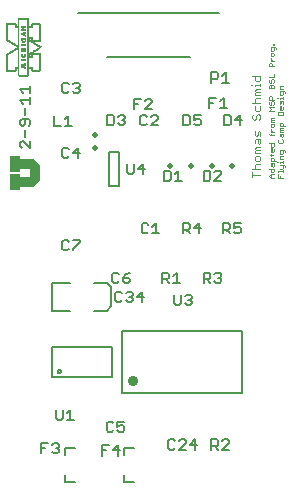
<source format=gto>
G75*
G70*
%OFA0B0*%
%FSLAX24Y24*%
%IPPOS*%
%LPD*%
%AMOC8*
5,1,8,0,0,1.08239X$1,22.5*
%
%ADD10C,0.0040*%
%ADD11C,0.0050*%
%ADD12C,0.0020*%
%ADD13C,0.0080*%
%ADD14C,0.0348*%
%ADD15C,0.0079*%
%ADD16C,0.0197*%
%ADD17R,0.0010X0.0020*%
%ADD18R,0.0010X0.0040*%
%ADD19R,0.0010X0.0610*%
%ADD20R,0.0010X0.0060*%
%ADD21R,0.0010X0.0080*%
%ADD22R,0.0010X0.0090*%
%ADD23R,0.0010X0.0100*%
%ADD24R,0.0010X0.0050*%
%ADD25R,0.0010X0.0140*%
%ADD26R,0.0010X0.0180*%
%ADD27R,0.0010X0.0170*%
%ADD28R,0.0010X0.0160*%
%ADD29R,0.0010X0.1940*%
%ADD30R,0.0010X0.0030*%
%ADD31R,0.0010X0.0110*%
%ADD32R,0.0010X0.0130*%
%ADD33R,0.0010X0.0070*%
%ADD34R,0.0010X0.0150*%
%ADD35R,0.0010X0.0120*%
%ADD36R,0.0010X0.0580*%
%ADD37R,0.0010X0.0570*%
%ADD38R,0.0010X0.0560*%
%ADD39C,0.0010*%
D10*
X010092Y012405D02*
X010092Y012578D01*
X010092Y012491D02*
X010353Y012491D01*
X010353Y012681D02*
X010092Y012681D01*
X010179Y012724D02*
X010179Y012811D01*
X010223Y012854D01*
X010353Y012854D01*
X010309Y012957D02*
X010223Y012957D01*
X010179Y013001D01*
X010179Y013087D01*
X010223Y013131D01*
X010309Y013131D01*
X010353Y013087D01*
X010353Y013001D01*
X010309Y012957D01*
X010179Y012724D02*
X010223Y012681D01*
X010179Y013233D02*
X010179Y013277D01*
X010223Y013320D01*
X010179Y013363D01*
X010223Y013407D01*
X010353Y013407D01*
X010353Y013320D02*
X010223Y013320D01*
X010179Y013233D02*
X010353Y013233D01*
X010309Y013510D02*
X010266Y013553D01*
X010266Y013683D01*
X010223Y013683D02*
X010353Y013683D01*
X010353Y013553D01*
X010309Y013510D01*
X010179Y013553D02*
X010179Y013640D01*
X010223Y013683D01*
X010223Y013786D02*
X010179Y013829D01*
X010179Y013959D01*
X010266Y013916D02*
X010266Y013829D01*
X010223Y013786D01*
X010353Y013786D02*
X010353Y013916D01*
X010309Y013959D01*
X010266Y013916D01*
X010309Y014338D02*
X010353Y014382D01*
X010353Y014468D01*
X010309Y014512D01*
X010266Y014512D01*
X010223Y014468D01*
X010223Y014382D01*
X010179Y014338D01*
X010136Y014338D01*
X010092Y014382D01*
X010092Y014468D01*
X010136Y014512D01*
X010223Y014614D02*
X010309Y014614D01*
X010353Y014658D01*
X010353Y014788D01*
X010353Y014891D02*
X010092Y014891D01*
X010179Y014934D02*
X010179Y015021D01*
X010223Y015064D01*
X010353Y015064D01*
X010353Y015167D02*
X010179Y015167D01*
X010179Y015210D01*
X010223Y015254D01*
X010179Y015297D01*
X010223Y015340D01*
X010353Y015340D01*
X010353Y015254D02*
X010223Y015254D01*
X010179Y015443D02*
X010179Y015486D01*
X010353Y015486D01*
X010353Y015443D02*
X010353Y015530D01*
X010309Y015627D02*
X010223Y015627D01*
X010179Y015671D01*
X010179Y015801D01*
X010092Y015801D02*
X010353Y015801D01*
X010353Y015671D01*
X010309Y015627D01*
X010092Y015486D02*
X010049Y015486D01*
X010179Y014934D02*
X010223Y014891D01*
X010179Y014788D02*
X010179Y014658D01*
X010223Y014614D01*
D11*
X003051Y003552D02*
X003051Y003208D01*
X003051Y003380D02*
X003165Y003380D01*
X003051Y003552D02*
X003280Y003552D01*
X003413Y003494D02*
X003470Y003552D01*
X003585Y003552D01*
X003642Y003494D01*
X003642Y003437D01*
X003585Y003380D01*
X003642Y003322D01*
X003642Y003265D01*
X003585Y003208D01*
X003470Y003208D01*
X003413Y003265D01*
X003528Y003380D02*
X003585Y003380D01*
X003599Y004315D02*
X003713Y004315D01*
X003771Y004373D01*
X003771Y004659D01*
X003904Y004545D02*
X004019Y004659D01*
X004019Y004315D01*
X004133Y004315D02*
X003904Y004315D01*
X003599Y004315D02*
X003541Y004373D01*
X003541Y004659D01*
X005080Y003478D02*
X005080Y003134D01*
X005080Y003306D02*
X005195Y003306D01*
X005080Y003478D02*
X005309Y003478D01*
X005443Y003306D02*
X005672Y003306D01*
X005615Y003134D02*
X005615Y003478D01*
X005443Y003306D01*
X005400Y003922D02*
X005285Y003922D01*
X005228Y003979D01*
X005228Y004208D01*
X005285Y004266D01*
X005400Y004266D01*
X005457Y004208D01*
X005590Y004266D02*
X005590Y004094D01*
X005705Y004151D01*
X005762Y004151D01*
X005820Y004094D01*
X005820Y003979D01*
X005762Y003922D01*
X005648Y003922D01*
X005590Y003979D01*
X005457Y003979D02*
X005400Y003922D01*
X005590Y004266D02*
X005820Y004266D01*
X007277Y003618D02*
X007277Y003388D01*
X007334Y003331D01*
X007449Y003331D01*
X007506Y003388D01*
X007639Y003331D02*
X007868Y003560D01*
X007868Y003618D01*
X007811Y003675D01*
X007696Y003675D01*
X007639Y003618D01*
X007506Y003618D02*
X007449Y003675D01*
X007334Y003675D01*
X007277Y003618D01*
X007639Y003331D02*
X007868Y003331D01*
X008002Y003503D02*
X008231Y003503D01*
X008174Y003331D02*
X008174Y003675D01*
X008002Y003503D01*
X008722Y003446D02*
X008894Y003446D01*
X008951Y003503D01*
X008951Y003618D01*
X008894Y003675D01*
X008722Y003675D01*
X008722Y003331D01*
X008837Y003446D02*
X008951Y003331D01*
X009084Y003331D02*
X009314Y003560D01*
X009314Y003618D01*
X009256Y003675D01*
X009142Y003675D01*
X009084Y003618D01*
X009084Y003331D02*
X009314Y003331D01*
X008013Y008154D02*
X007898Y008154D01*
X007841Y008211D01*
X007708Y008211D02*
X007708Y008498D01*
X007841Y008440D02*
X007898Y008498D01*
X008013Y008498D01*
X008070Y008440D01*
X008070Y008383D01*
X008013Y008326D01*
X008070Y008268D01*
X008070Y008211D01*
X008013Y008154D01*
X008013Y008326D02*
X007956Y008326D01*
X007708Y008211D02*
X007650Y008154D01*
X007536Y008154D01*
X007478Y008211D01*
X007478Y008498D01*
X007447Y008892D02*
X007676Y008892D01*
X007562Y008892D02*
X007562Y009236D01*
X007447Y009121D01*
X007314Y009064D02*
X007257Y009007D01*
X007085Y009007D01*
X007199Y009007D02*
X007314Y008892D01*
X007314Y009064D02*
X007314Y009179D01*
X007257Y009236D01*
X007085Y009236D01*
X007085Y008892D01*
X006407Y008596D02*
X006407Y008252D01*
X006464Y008424D02*
X006235Y008424D01*
X006407Y008596D01*
X006102Y008539D02*
X006102Y008482D01*
X006044Y008424D01*
X006102Y008367D01*
X006102Y008310D01*
X006044Y008252D01*
X005930Y008252D01*
X005872Y008310D01*
X005739Y008310D02*
X005682Y008252D01*
X005567Y008252D01*
X005510Y008310D01*
X005510Y008539D01*
X005567Y008596D01*
X005682Y008596D01*
X005739Y008539D01*
X005872Y008539D02*
X005930Y008596D01*
X006044Y008596D01*
X006102Y008539D01*
X006044Y008424D02*
X005987Y008424D01*
X005946Y008892D02*
X005831Y008892D01*
X005774Y008949D01*
X005774Y009064D01*
X005946Y009064D01*
X006003Y009007D01*
X006003Y008949D01*
X005946Y008892D01*
X005774Y009064D02*
X005889Y009179D01*
X006003Y009236D01*
X005641Y009179D02*
X005583Y009236D01*
X005469Y009236D01*
X005411Y009179D01*
X005411Y008949D01*
X005469Y008892D01*
X005583Y008892D01*
X005641Y008949D01*
X006453Y010542D02*
X006568Y010542D01*
X006625Y010599D01*
X006758Y010542D02*
X006987Y010542D01*
X006873Y010542D02*
X006873Y010886D01*
X006758Y010771D01*
X006625Y010829D02*
X006568Y010886D01*
X006453Y010886D01*
X006396Y010829D01*
X006396Y010599D01*
X006453Y010542D01*
X007135Y012290D02*
X007307Y012290D01*
X007364Y012347D01*
X007364Y012577D01*
X007307Y012634D01*
X007135Y012634D01*
X007135Y012290D01*
X007497Y012290D02*
X007726Y012290D01*
X007612Y012290D02*
X007612Y012634D01*
X007497Y012519D01*
X007774Y014140D02*
X007946Y014140D01*
X008003Y014197D01*
X008003Y014427D01*
X007946Y014484D01*
X007774Y014484D01*
X007774Y014140D01*
X008136Y014197D02*
X008193Y014140D01*
X008308Y014140D01*
X008365Y014197D01*
X008365Y014312D01*
X008308Y014369D01*
X008251Y014369D01*
X008136Y014312D01*
X008136Y014484D01*
X008365Y014484D01*
X008653Y014720D02*
X008653Y015064D01*
X008882Y015064D01*
X009016Y014949D02*
X009130Y015064D01*
X009130Y014720D01*
X009016Y014720D02*
X009245Y014720D01*
X009324Y014484D02*
X009152Y014484D01*
X009152Y014140D01*
X009324Y014140D01*
X009381Y014197D01*
X009381Y014427D01*
X009324Y014484D01*
X009514Y014312D02*
X009743Y014312D01*
X009686Y014140D02*
X009686Y014484D01*
X009514Y014312D01*
X008768Y014892D02*
X008653Y014892D01*
X008722Y015567D02*
X008722Y015911D01*
X008894Y015911D01*
X008951Y015854D01*
X008951Y015739D01*
X008894Y015682D01*
X008722Y015682D01*
X009084Y015796D02*
X009199Y015911D01*
X009199Y015567D01*
X009084Y015567D02*
X009314Y015567D01*
X008997Y012634D02*
X008882Y012634D01*
X008825Y012577D01*
X008692Y012577D02*
X008692Y012347D01*
X008635Y012290D01*
X008463Y012290D01*
X008463Y012634D01*
X008635Y012634D01*
X008692Y012577D01*
X008825Y012290D02*
X009054Y012519D01*
X009054Y012577D01*
X008997Y012634D01*
X009054Y012290D02*
X008825Y012290D01*
X009102Y010886D02*
X009274Y010886D01*
X009331Y010829D01*
X009331Y010714D01*
X009274Y010657D01*
X009102Y010657D01*
X009216Y010657D02*
X009331Y010542D01*
X009464Y010599D02*
X009521Y010542D01*
X009636Y010542D01*
X009693Y010599D01*
X009693Y010714D01*
X009636Y010771D01*
X009579Y010771D01*
X009464Y010714D01*
X009464Y010886D01*
X009693Y010886D01*
X009102Y010886D02*
X009102Y010542D01*
X008365Y010714D02*
X008136Y010714D01*
X008308Y010886D01*
X008308Y010542D01*
X008003Y010542D02*
X007888Y010657D01*
X007946Y010657D02*
X007774Y010657D01*
X007774Y010542D02*
X007774Y010886D01*
X007946Y010886D01*
X008003Y010829D01*
X008003Y010714D01*
X007946Y010657D01*
X008463Y009236D02*
X008635Y009236D01*
X008692Y009179D01*
X008692Y009064D01*
X008635Y009007D01*
X008463Y009007D01*
X008577Y009007D02*
X008692Y008892D01*
X008825Y008949D02*
X008882Y008892D01*
X008997Y008892D01*
X009054Y008949D01*
X009054Y009007D01*
X008997Y009064D01*
X008940Y009064D01*
X008997Y009064D02*
X009054Y009121D01*
X009054Y009179D01*
X008997Y009236D01*
X008882Y009236D01*
X008825Y009179D01*
X008463Y009236D02*
X008463Y008892D01*
X006495Y012688D02*
X006266Y012688D01*
X006438Y012860D01*
X006438Y012516D01*
X006133Y012573D02*
X006133Y012860D01*
X006133Y012573D02*
X006076Y012516D01*
X005961Y012516D01*
X005904Y012573D01*
X005904Y012860D01*
X005789Y014150D02*
X005674Y014150D01*
X005617Y014207D01*
X005484Y014207D02*
X005484Y014437D01*
X005427Y014494D01*
X005255Y014494D01*
X005255Y014150D01*
X005427Y014150D01*
X005484Y014207D01*
X005617Y014437D02*
X005674Y014494D01*
X005789Y014494D01*
X005846Y014437D01*
X005846Y014379D01*
X005789Y014322D01*
X005846Y014265D01*
X005846Y014207D01*
X005789Y014150D01*
X005789Y014322D02*
X005732Y014322D01*
X006150Y014681D02*
X006150Y015025D01*
X006379Y015025D01*
X006512Y014968D02*
X006569Y015025D01*
X006684Y015025D01*
X006741Y014968D01*
X006741Y014911D01*
X006512Y014681D01*
X006741Y014681D01*
X006766Y014484D02*
X006709Y014427D01*
X006766Y014484D02*
X006881Y014484D01*
X006938Y014427D01*
X006938Y014369D01*
X006709Y014140D01*
X006938Y014140D01*
X006576Y014197D02*
X006518Y014140D01*
X006404Y014140D01*
X006346Y014197D01*
X006346Y014427D01*
X006404Y014484D01*
X006518Y014484D01*
X006576Y014427D01*
X006264Y014853D02*
X006150Y014853D01*
X004330Y015280D02*
X004273Y015223D01*
X004158Y015223D01*
X004101Y015280D01*
X003968Y015280D02*
X003910Y015223D01*
X003796Y015223D01*
X003738Y015280D01*
X003738Y015509D01*
X003796Y015567D01*
X003910Y015567D01*
X003968Y015509D01*
X004101Y015509D02*
X004158Y015567D01*
X004273Y015567D01*
X004330Y015509D01*
X004330Y015452D01*
X004273Y015395D01*
X004330Y015337D01*
X004330Y015280D01*
X004273Y015395D02*
X004215Y015395D01*
X003955Y014454D02*
X003955Y014110D01*
X003841Y014110D02*
X004070Y014110D01*
X003841Y014339D02*
X003955Y014454D01*
X003708Y014110D02*
X003478Y014110D01*
X003478Y014454D01*
X003796Y013401D02*
X003738Y013344D01*
X003738Y013115D01*
X003796Y013057D01*
X003910Y013057D01*
X003968Y013115D01*
X004101Y013229D02*
X004330Y013229D01*
X004273Y013057D02*
X004273Y013401D01*
X004101Y013229D01*
X003968Y013344D02*
X003910Y013401D01*
X003796Y013401D01*
X002688Y013390D02*
X002454Y013623D01*
X002396Y013623D01*
X002337Y013565D01*
X002337Y013448D01*
X002396Y013390D01*
X002688Y013390D02*
X002688Y013623D01*
X002513Y013758D02*
X002513Y013992D01*
X002454Y014126D02*
X002513Y014185D01*
X002513Y014360D01*
X002629Y014360D02*
X002396Y014360D01*
X002337Y014301D01*
X002337Y014185D01*
X002396Y014126D01*
X002454Y014126D01*
X002629Y014126D02*
X002688Y014185D01*
X002688Y014301D01*
X002629Y014360D01*
X002513Y014495D02*
X002513Y014728D01*
X002454Y014863D02*
X002337Y014980D01*
X002688Y014980D01*
X002688Y015096D02*
X002688Y014863D01*
X002688Y015231D02*
X002688Y015465D01*
X002688Y015348D02*
X002337Y015348D01*
X002454Y015231D01*
X003797Y010325D02*
X003738Y010267D01*
X003738Y010033D01*
X003797Y009975D01*
X003913Y009975D01*
X003972Y010033D01*
X004107Y010033D02*
X004107Y009975D01*
X004107Y010033D02*
X004340Y010267D01*
X004340Y010325D01*
X004107Y010325D01*
X003972Y010267D02*
X003913Y010325D01*
X003797Y010325D01*
D12*
X010633Y012455D02*
X010693Y012395D01*
X010813Y012395D01*
X010723Y012395D02*
X010723Y012515D01*
X010693Y012515D02*
X010813Y012515D01*
X010783Y012579D02*
X010723Y012579D01*
X010693Y012609D01*
X010693Y012699D01*
X010633Y012699D02*
X010813Y012699D01*
X010813Y012609D01*
X010783Y012579D01*
X010693Y012515D02*
X010633Y012455D01*
X010783Y012763D02*
X010753Y012793D01*
X010753Y012883D01*
X010723Y012883D02*
X010813Y012883D01*
X010813Y012793D01*
X010783Y012763D01*
X010693Y012793D02*
X010693Y012853D01*
X010723Y012883D01*
X010693Y012947D02*
X010693Y013037D01*
X010723Y013067D01*
X010783Y013067D01*
X010813Y013037D01*
X010813Y012947D01*
X010873Y012947D02*
X010693Y012947D01*
X010693Y013131D02*
X010693Y013191D01*
X010663Y013161D02*
X010783Y013161D01*
X010813Y013191D01*
X010783Y013254D02*
X010723Y013254D01*
X010693Y013284D01*
X010693Y013344D01*
X010723Y013374D01*
X010753Y013374D01*
X010753Y013254D01*
X010783Y013254D02*
X010813Y013284D01*
X010813Y013344D01*
X010783Y013438D02*
X010723Y013438D01*
X010693Y013468D01*
X010693Y013558D01*
X010633Y013558D02*
X010813Y013558D01*
X010813Y013468D01*
X010783Y013438D01*
X010933Y013591D02*
X010933Y013651D01*
X010963Y013681D01*
X010933Y013591D02*
X010963Y013561D01*
X011083Y013561D01*
X011113Y013591D01*
X011113Y013651D01*
X011083Y013681D01*
X011083Y013745D02*
X011053Y013775D01*
X011053Y013865D01*
X011023Y013865D02*
X011113Y013865D01*
X011113Y013775D01*
X011083Y013745D01*
X010993Y013775D02*
X010993Y013835D01*
X011023Y013865D01*
X010993Y013929D02*
X010993Y013959D01*
X011023Y013989D01*
X010993Y014019D01*
X011023Y014049D01*
X011113Y014049D01*
X011113Y013989D02*
X011023Y013989D01*
X010993Y013929D02*
X011113Y013929D01*
X011113Y014113D02*
X011113Y014203D01*
X011083Y014233D01*
X011023Y014233D01*
X010993Y014203D01*
X010993Y014113D01*
X011173Y014113D01*
X011113Y014482D02*
X010933Y014482D01*
X010933Y014572D01*
X010963Y014602D01*
X011083Y014602D01*
X011113Y014572D01*
X011113Y014482D01*
X011083Y014666D02*
X011023Y014666D01*
X010993Y014696D01*
X010993Y014756D01*
X011023Y014786D01*
X011053Y014786D01*
X011053Y014666D01*
X011083Y014666D02*
X011113Y014696D01*
X011113Y014756D01*
X011113Y014850D02*
X011113Y014940D01*
X011083Y014970D01*
X011053Y014940D01*
X011053Y014880D01*
X011023Y014850D01*
X010993Y014880D01*
X010993Y014970D01*
X010993Y015034D02*
X010993Y015064D01*
X011113Y015064D01*
X011113Y015034D02*
X011113Y015094D01*
X011083Y015157D02*
X011113Y015187D01*
X011113Y015277D01*
X011143Y015277D02*
X010993Y015277D01*
X010993Y015187D01*
X011023Y015157D01*
X011083Y015157D01*
X011173Y015217D02*
X011173Y015247D01*
X011143Y015277D01*
X011113Y015341D02*
X010993Y015341D01*
X010993Y015431D01*
X011023Y015461D01*
X011113Y015461D01*
X010933Y015064D02*
X010903Y015064D01*
X010813Y015003D02*
X010633Y015003D01*
X010633Y015093D01*
X010663Y015123D01*
X010723Y015123D01*
X010753Y015093D01*
X010753Y015003D01*
X010753Y014939D02*
X010783Y014939D01*
X010813Y014909D01*
X010813Y014849D01*
X010783Y014819D01*
X010723Y014849D02*
X010723Y014909D01*
X010753Y014939D01*
X010663Y014939D02*
X010633Y014909D01*
X010633Y014849D01*
X010663Y014819D01*
X010693Y014819D01*
X010723Y014849D01*
X010633Y014755D02*
X010813Y014755D01*
X010813Y014635D02*
X010633Y014635D01*
X010693Y014695D01*
X010633Y014755D01*
X010723Y014387D02*
X010813Y014387D01*
X010813Y014327D02*
X010723Y014327D01*
X010693Y014357D01*
X010723Y014387D01*
X010723Y014327D02*
X010693Y014297D01*
X010693Y014267D01*
X010813Y014267D01*
X010783Y014203D02*
X010723Y014203D01*
X010693Y014173D01*
X010693Y014113D01*
X010723Y014083D01*
X010783Y014083D01*
X010813Y014113D01*
X010813Y014173D01*
X010783Y014203D01*
X010693Y014019D02*
X010693Y013989D01*
X010753Y013929D01*
X010813Y013929D02*
X010693Y013929D01*
X010723Y013866D02*
X010723Y013806D01*
X010663Y013836D02*
X010813Y013836D01*
X010663Y013836D02*
X010633Y013866D01*
X010993Y013313D02*
X010993Y013223D01*
X011023Y013193D01*
X011083Y013193D01*
X011113Y013223D01*
X011113Y013313D01*
X011143Y013313D02*
X010993Y013313D01*
X011143Y013313D02*
X011173Y013283D01*
X011173Y013253D01*
X011113Y013129D02*
X011023Y013129D01*
X010993Y013099D01*
X010993Y013009D01*
X011113Y013009D01*
X011113Y012946D02*
X011113Y012886D01*
X011113Y012916D02*
X010993Y012916D01*
X010993Y012886D01*
X010993Y012822D02*
X011143Y012822D01*
X011173Y012792D01*
X011173Y012762D01*
X011113Y012732D02*
X011113Y012822D01*
X011113Y012732D02*
X011083Y012702D01*
X010993Y012702D01*
X010933Y012609D02*
X011113Y012609D01*
X011113Y012579D02*
X011113Y012639D01*
X011023Y012455D02*
X011023Y012395D01*
X011113Y012395D02*
X010933Y012395D01*
X010933Y012515D01*
X010933Y012579D02*
X010933Y012609D01*
X010933Y012916D02*
X010903Y012916D01*
X010813Y015372D02*
X010633Y015372D01*
X010633Y015462D01*
X010663Y015492D01*
X010693Y015492D01*
X010723Y015462D01*
X010723Y015372D01*
X010723Y015462D02*
X010753Y015492D01*
X010783Y015492D01*
X010813Y015462D01*
X010813Y015372D01*
X010783Y015556D02*
X010813Y015586D01*
X010813Y015646D01*
X010783Y015676D01*
X010753Y015676D01*
X010723Y015646D01*
X010723Y015586D01*
X010693Y015556D01*
X010663Y015556D01*
X010633Y015586D01*
X010633Y015646D01*
X010663Y015676D01*
X010633Y015740D02*
X010813Y015740D01*
X010813Y015860D01*
X010813Y016108D02*
X010633Y016108D01*
X010633Y016198D01*
X010663Y016228D01*
X010723Y016228D01*
X010753Y016198D01*
X010753Y016108D01*
X010753Y016292D02*
X010693Y016352D01*
X010693Y016382D01*
X010723Y016446D02*
X010693Y016476D01*
X010693Y016536D01*
X010723Y016566D01*
X010783Y016566D01*
X010813Y016536D01*
X010813Y016476D01*
X010783Y016446D01*
X010723Y016446D01*
X010693Y016292D02*
X010813Y016292D01*
X010783Y016630D02*
X010813Y016660D01*
X010813Y016750D01*
X010843Y016750D02*
X010693Y016750D01*
X010693Y016660D01*
X010723Y016630D01*
X010783Y016630D01*
X010873Y016690D02*
X010873Y016720D01*
X010843Y016750D01*
X010813Y016814D02*
X010813Y016844D01*
X010783Y016844D01*
X010783Y016814D01*
X010813Y016814D01*
D13*
X009757Y007282D02*
X005741Y007282D01*
X005741Y005235D01*
X009757Y005235D01*
X009757Y007282D01*
X005386Y008109D02*
X005386Y008739D01*
X005229Y008897D01*
X004796Y008897D01*
X004796Y007952D02*
X005229Y007952D01*
X005386Y008109D01*
X004009Y007952D02*
X003418Y007952D01*
X003418Y008897D01*
X004009Y008897D01*
X003596Y005947D02*
X003598Y005962D01*
X003604Y005975D01*
X003613Y005987D01*
X003624Y005996D01*
X003638Y006002D01*
X003653Y006004D01*
X003668Y006002D01*
X003681Y005996D01*
X003693Y005987D01*
X003702Y005976D01*
X003708Y005962D01*
X003710Y005947D01*
X003708Y005932D01*
X003702Y005919D01*
X003693Y005907D01*
X003682Y005898D01*
X003668Y005892D01*
X003653Y005890D01*
X003638Y005892D01*
X003625Y005898D01*
X003613Y005907D01*
X003604Y005918D01*
X003598Y005932D01*
X003596Y005947D01*
D14*
X006095Y005619D03*
D15*
X005402Y005759D02*
X003402Y005759D01*
X003402Y006759D01*
X005402Y006759D01*
X005402Y005759D01*
X005815Y003374D02*
X005815Y003154D01*
X005815Y003374D02*
X006135Y003374D01*
X005815Y002474D02*
X005815Y002254D01*
X006135Y002254D01*
X004167Y002254D02*
X003847Y002254D01*
X003847Y002474D01*
X003847Y003154D02*
X003847Y003374D01*
X004167Y003374D01*
X005316Y012117D02*
X005316Y013259D01*
X005654Y013259D01*
X005654Y012117D01*
X005316Y012117D01*
X005245Y016408D02*
X008001Y016408D01*
X008985Y017885D02*
X004260Y017885D01*
D16*
X004846Y013821D03*
X004855Y013377D03*
X007355Y012786D03*
X008044Y012786D03*
X008733Y012786D03*
X009422Y012786D03*
D17*
X003063Y016740D03*
X002513Y016500D03*
X002453Y016500D03*
X002543Y016120D03*
X002553Y016120D03*
D18*
X002523Y016120D03*
X002523Y016060D03*
X002533Y016060D03*
X002543Y016050D03*
X002553Y016050D03*
X002513Y016060D03*
X002503Y016060D03*
X002493Y016060D03*
X002423Y016080D03*
X002413Y016080D03*
X002413Y016170D03*
X002423Y016170D03*
X002433Y016170D03*
X002493Y016180D03*
X002523Y016190D03*
X002533Y016190D03*
X002533Y016310D03*
X002543Y016310D03*
X002553Y016310D03*
X002523Y016310D03*
X002513Y016310D03*
X002503Y016310D03*
X002493Y016310D03*
X002483Y016310D03*
X002473Y016310D03*
X002463Y016310D03*
X002453Y016310D03*
X002443Y016310D03*
X002433Y016310D03*
X002423Y016310D03*
X002413Y016310D03*
X002463Y016420D03*
X002473Y016420D03*
X002483Y016420D03*
X002493Y016420D03*
X002453Y016430D03*
X002453Y016610D03*
X002463Y016610D03*
X002443Y016610D03*
X002433Y016610D03*
X002423Y016610D03*
X002413Y016610D03*
X002503Y016610D03*
X002513Y016610D03*
X002523Y016610D03*
X002533Y016610D03*
X002543Y016610D03*
X002553Y016610D03*
X002553Y016700D03*
X002543Y016700D03*
X002533Y016700D03*
X002523Y016700D03*
X002513Y016700D03*
X002503Y016700D03*
X002463Y016700D03*
X002453Y016700D03*
X002443Y016700D03*
X002433Y016700D03*
X002423Y016700D03*
X002413Y016700D03*
X002413Y016810D03*
X002423Y016810D03*
X002433Y016810D03*
X002443Y016810D03*
X002453Y016810D03*
X002463Y016810D03*
X002473Y016810D03*
X002483Y016810D03*
X002493Y016810D03*
X002503Y016810D03*
X002513Y016810D03*
X002523Y016810D03*
X002533Y016810D03*
X002543Y016810D03*
X002553Y016810D03*
X002503Y016920D03*
X002493Y016920D03*
X002483Y016920D03*
X002473Y016920D03*
X002463Y016920D03*
X002453Y016930D03*
X002513Y016930D03*
X002513Y017020D03*
X002503Y017030D03*
X002543Y017120D03*
X002553Y017120D03*
X002533Y017130D03*
X002493Y017140D03*
X002473Y017150D03*
X002463Y017150D03*
X002463Y017200D03*
X002473Y017200D03*
X002493Y017210D03*
X002533Y017220D03*
X002543Y017230D03*
X002553Y017230D03*
X002553Y017320D03*
X002543Y017320D03*
X002533Y017320D03*
X002523Y017320D03*
X002513Y017320D03*
X002503Y017320D03*
X002493Y017320D03*
X002483Y017320D03*
X002473Y017320D03*
X002483Y017380D03*
X002483Y017430D03*
X002473Y017430D03*
X002463Y017430D03*
X002453Y017430D03*
X002443Y017430D03*
X002433Y017430D03*
X002423Y017430D03*
X002413Y017430D03*
X002543Y017430D03*
X002553Y017430D03*
X002663Y017420D03*
X002673Y017420D03*
X002683Y017420D03*
X002693Y017420D03*
X002703Y017420D03*
X002713Y017420D03*
X002723Y017420D03*
X002773Y017520D03*
X002783Y017520D03*
X002793Y017520D03*
X002803Y017520D03*
X002813Y017520D03*
X002823Y017520D03*
X002833Y017520D03*
X002843Y017520D03*
X002853Y017520D03*
X002863Y017520D03*
X002873Y017520D03*
X002883Y017520D03*
X002893Y017520D03*
X002903Y017520D03*
X002913Y017520D03*
X002923Y017520D03*
X002933Y017520D03*
X002943Y017520D03*
X002953Y017520D03*
X002963Y017520D03*
X002973Y017520D03*
X002983Y017520D03*
X002993Y017520D03*
X003003Y017520D03*
X002723Y017050D03*
X002713Y017050D03*
X002703Y017050D03*
X002693Y017050D03*
X002683Y017050D03*
X002673Y017050D03*
X002663Y017050D03*
X002663Y016980D03*
X002673Y016970D03*
X002693Y016960D03*
X002703Y016950D03*
X002723Y016940D03*
X002793Y016950D03*
X002803Y016950D03*
X002813Y016950D03*
X002823Y016950D03*
X002833Y016950D03*
X002843Y016950D03*
X002853Y016950D03*
X002863Y016950D03*
X002873Y016950D03*
X002883Y016950D03*
X002893Y016950D03*
X002903Y016950D03*
X002913Y016950D03*
X002923Y016950D03*
X002933Y016950D03*
X002943Y016950D03*
X002953Y016950D03*
X002963Y016950D03*
X002973Y016950D03*
X002983Y016950D03*
X002993Y016950D03*
X003003Y016950D03*
X002933Y016810D03*
X002983Y016780D03*
X002983Y016700D03*
X002933Y016670D03*
X002853Y016620D03*
X002803Y016590D03*
X002803Y016530D03*
X002813Y016530D03*
X002823Y016530D03*
X002833Y016530D03*
X002843Y016530D03*
X002853Y016530D03*
X002863Y016530D03*
X002873Y016530D03*
X002883Y016530D03*
X002893Y016530D03*
X002903Y016530D03*
X002913Y016530D03*
X002923Y016530D03*
X002933Y016530D03*
X002943Y016530D03*
X002953Y016530D03*
X002963Y016530D03*
X002973Y016530D03*
X002983Y016530D03*
X002993Y016530D03*
X003003Y016530D03*
X003053Y016740D03*
X002883Y016840D03*
X002853Y016860D03*
X002803Y016890D03*
X002723Y016540D03*
X002703Y016530D03*
X002693Y016520D03*
X002673Y016510D03*
X002663Y016500D03*
X002663Y016430D03*
X002673Y016430D03*
X002683Y016430D03*
X002693Y016430D03*
X002703Y016430D03*
X002713Y016430D03*
X002723Y016430D03*
X002793Y016530D03*
X002723Y016060D03*
X002713Y016060D03*
X002703Y016060D03*
X002693Y016060D03*
X002683Y016060D03*
X002673Y016060D03*
X002663Y016060D03*
X002773Y015960D03*
X002783Y015960D03*
X002793Y015960D03*
X002803Y015960D03*
X002813Y015960D03*
X002823Y015960D03*
X002833Y015960D03*
X002843Y015960D03*
X002853Y015960D03*
X002863Y015960D03*
X002873Y015960D03*
X002883Y015960D03*
X002893Y015960D03*
X002903Y015960D03*
X002913Y015960D03*
X002923Y015960D03*
X002933Y015960D03*
X002943Y015960D03*
X002953Y015960D03*
X002963Y015960D03*
X002973Y015960D03*
X002983Y015960D03*
X002993Y015960D03*
X003003Y015960D03*
X002613Y015790D03*
X002603Y015790D03*
X002593Y015790D03*
X002583Y015790D03*
X002573Y015790D03*
X002563Y015790D03*
X002553Y015790D03*
X002543Y015790D03*
X002533Y015790D03*
X002523Y015790D03*
X002513Y015790D03*
X002503Y015790D03*
X002493Y015790D03*
X002483Y015790D03*
X002473Y015790D03*
X002463Y015790D03*
X002453Y015790D03*
X002443Y015790D03*
X002433Y015790D03*
X002423Y015790D03*
X002413Y015790D03*
X002403Y015790D03*
X002393Y015790D03*
X002383Y015790D03*
X002373Y015790D03*
X002363Y015790D03*
X002353Y015790D03*
X002343Y015790D03*
X002333Y015790D03*
X002193Y015970D03*
X002183Y015970D03*
X002173Y015970D03*
X002163Y015970D03*
X002153Y015970D03*
X002143Y015970D03*
X002133Y015970D03*
X002123Y015970D03*
X002113Y015970D03*
X002103Y015970D03*
X002093Y015970D03*
X002083Y015970D03*
X002073Y015970D03*
X002063Y015970D03*
X002053Y015970D03*
X002043Y015970D03*
X002033Y015970D03*
X002023Y015970D03*
X002013Y015970D03*
X002003Y015970D03*
X001993Y015970D03*
X001983Y015970D03*
X001973Y015970D03*
X001963Y015970D03*
X001953Y015970D03*
X001963Y016520D03*
X001973Y016530D03*
X001983Y016530D03*
X001993Y016540D03*
X002013Y016550D03*
X002023Y016560D03*
X002033Y016560D03*
X002043Y016570D03*
X002063Y016580D03*
X002073Y016590D03*
X002083Y016590D03*
X002093Y016600D03*
X002113Y016610D03*
X002163Y016640D03*
X002193Y016660D03*
X002213Y016670D03*
X002233Y016680D03*
X002253Y016690D03*
X002263Y016700D03*
X002283Y016710D03*
X002283Y016770D03*
X002263Y016780D03*
X002253Y016790D03*
X002233Y016800D03*
X002223Y016810D03*
X002213Y016810D03*
X002203Y016820D03*
X002183Y016830D03*
X002173Y016840D03*
X002163Y016840D03*
X002153Y016850D03*
X002133Y016860D03*
X002123Y016870D03*
X002103Y016880D03*
X002083Y016890D03*
X002063Y016900D03*
X002043Y016910D03*
X002033Y016920D03*
X002013Y016930D03*
X002003Y016940D03*
X001993Y016940D03*
X001983Y016950D03*
X001973Y016950D03*
X001963Y016960D03*
X002243Y017420D03*
X002253Y017420D03*
X002263Y017420D03*
X002273Y017420D03*
X002283Y017420D03*
X002193Y017510D03*
X002183Y017510D03*
X002173Y017510D03*
X002163Y017510D03*
X002153Y017510D03*
X002143Y017510D03*
X002133Y017510D03*
X002123Y017510D03*
X002113Y017510D03*
X002103Y017510D03*
X002093Y017510D03*
X002083Y017510D03*
X002073Y017510D03*
X002063Y017510D03*
X002053Y017510D03*
X002043Y017510D03*
X002033Y017510D03*
X002023Y017510D03*
X002013Y017510D03*
X002003Y017510D03*
X001993Y017510D03*
X001983Y017510D03*
X001973Y017510D03*
X001963Y017510D03*
X001953Y017510D03*
X002333Y017690D03*
X002343Y017690D03*
X002353Y017690D03*
X002363Y017690D03*
X002373Y017690D03*
X002383Y017690D03*
X002393Y017690D03*
X002403Y017690D03*
X002413Y017690D03*
X002423Y017690D03*
X002433Y017690D03*
X002443Y017690D03*
X002453Y017690D03*
X002463Y017690D03*
X002473Y017690D03*
X002483Y017690D03*
X002493Y017690D03*
X002503Y017690D03*
X002513Y017690D03*
X002523Y017690D03*
X002533Y017690D03*
X002543Y017690D03*
X002553Y017690D03*
X002563Y017690D03*
X002573Y017690D03*
X002583Y017690D03*
X002593Y017690D03*
X002603Y017690D03*
X002613Y017690D03*
X002283Y016060D03*
X002273Y016060D03*
X002263Y016060D03*
X002253Y016060D03*
X002243Y016060D03*
D19*
X003013Y016245D03*
X003023Y016245D03*
X003033Y016245D03*
X003043Y016245D03*
X003043Y017235D03*
X003033Y017235D03*
X003023Y017235D03*
X003013Y017235D03*
D20*
X003033Y016740D03*
X003043Y016740D03*
X002553Y016980D03*
X002433Y017180D03*
X002433Y017330D03*
X002523Y017420D03*
X002503Y016120D03*
X002493Y016120D03*
X002463Y016080D03*
X002453Y016080D03*
X002443Y016080D03*
D21*
X002423Y016470D03*
X002543Y016470D03*
X002773Y016550D03*
X002773Y016930D03*
X003023Y016740D03*
X002503Y017410D03*
X002453Y017340D03*
D22*
X002463Y017345D03*
X002493Y017405D03*
X002543Y016975D03*
X002783Y016925D03*
X002783Y016555D03*
X002533Y016465D03*
X002433Y016465D03*
X003013Y016735D03*
D23*
X003003Y016740D03*
X002523Y016460D03*
X002443Y016460D03*
X002423Y016980D03*
D24*
X002443Y017015D03*
X002523Y017015D03*
X002523Y016935D03*
X002443Y016935D03*
X002273Y016775D03*
X002243Y016795D03*
X002193Y016825D03*
X002143Y016855D03*
X002113Y016875D03*
X002093Y016885D03*
X002073Y016895D03*
X002053Y016905D03*
X002023Y016925D03*
X001953Y016965D03*
X002103Y016605D03*
X002123Y016615D03*
X002133Y016625D03*
X002143Y016625D03*
X002153Y016635D03*
X002173Y016645D03*
X002183Y016655D03*
X002203Y016665D03*
X002223Y016675D03*
X002243Y016685D03*
X002273Y016705D03*
X002413Y016475D03*
X002503Y016425D03*
X002513Y016435D03*
X002553Y016475D03*
X002683Y016515D03*
X002713Y016535D03*
X002793Y016585D03*
X002813Y016595D03*
X002823Y016605D03*
X002833Y016605D03*
X002843Y016615D03*
X002863Y016625D03*
X002873Y016635D03*
X002883Y016635D03*
X002893Y016645D03*
X002903Y016655D03*
X002913Y016655D03*
X002923Y016665D03*
X002943Y016675D03*
X002953Y016685D03*
X002963Y016685D03*
X002973Y016695D03*
X002993Y016705D03*
X002993Y016775D03*
X002973Y016785D03*
X002963Y016795D03*
X002953Y016795D03*
X002943Y016805D03*
X002923Y016815D03*
X002913Y016825D03*
X002903Y016825D03*
X002893Y016835D03*
X002873Y016845D03*
X002863Y016855D03*
X002843Y016865D03*
X002833Y016875D03*
X002823Y016875D03*
X002813Y016885D03*
X002793Y016895D03*
X002713Y016945D03*
X002683Y016965D03*
X002423Y017175D03*
X002413Y017175D03*
X002413Y017325D03*
X002423Y017325D03*
X002473Y017375D03*
X002533Y017425D03*
X002053Y016575D03*
X002003Y016545D03*
X001953Y016515D03*
X002443Y016165D03*
X002453Y016165D03*
X002503Y016185D03*
X002513Y016185D03*
X002543Y016195D03*
X002553Y016195D03*
X002513Y016125D03*
X002433Y016075D03*
D25*
X002733Y016010D03*
X002743Y016010D03*
X002753Y016010D03*
X002763Y016010D03*
X002753Y017470D03*
X002763Y017470D03*
X002743Y017470D03*
X002733Y017470D03*
D26*
X002763Y016980D03*
X002763Y016500D03*
D27*
X002753Y016495D03*
X002753Y016985D03*
D28*
X002743Y016990D03*
X002733Y016990D03*
X002733Y016490D03*
X002743Y016490D03*
D29*
X002653Y016740D03*
X002643Y016740D03*
X002633Y016740D03*
X002623Y016740D03*
X002323Y016740D03*
X002313Y016740D03*
X002303Y016740D03*
X002293Y016740D03*
D30*
X002453Y017015D03*
X002483Y017145D03*
X002483Y017205D03*
X002533Y016125D03*
D31*
X002533Y016975D03*
X002503Y017175D03*
D32*
X002513Y017175D03*
X002523Y017175D03*
X002493Y016655D03*
X002483Y016655D03*
X002473Y016655D03*
X002233Y016015D03*
X002223Y016015D03*
X002213Y016015D03*
X002203Y016015D03*
X002203Y017465D03*
X002213Y017465D03*
X002223Y017465D03*
X002233Y017465D03*
D33*
X002443Y017335D03*
X002513Y017415D03*
X002453Y017175D03*
X002443Y017175D03*
X002473Y017015D03*
X002483Y017015D03*
X002493Y017015D03*
X002413Y016975D03*
X002463Y016165D03*
X002473Y016165D03*
X002473Y016085D03*
D34*
X002483Y016125D03*
D35*
X002433Y016980D03*
D36*
X001943Y017240D03*
X001943Y016240D03*
D37*
X001933Y016235D03*
X001923Y016235D03*
X001923Y017245D03*
X001933Y017245D03*
D38*
X001913Y017250D03*
X001913Y016230D03*
D39*
X002003Y013105D02*
X002293Y013105D01*
X002293Y013015D01*
X002783Y013015D01*
X002973Y012825D01*
X002973Y012325D01*
X002783Y012135D01*
X002293Y012135D01*
X002293Y012035D01*
X002003Y012035D01*
X002003Y012525D01*
X002293Y012525D01*
X002293Y012425D01*
X002683Y012425D01*
X002683Y012715D01*
X002293Y012715D01*
X002293Y012625D01*
X002003Y012625D01*
X002003Y013105D01*
X002003Y013102D02*
X002293Y013102D01*
X002293Y013094D02*
X002003Y013094D01*
X002003Y013085D02*
X002293Y013085D01*
X002293Y013076D02*
X002003Y013076D01*
X002003Y013068D02*
X002293Y013068D01*
X002293Y013059D02*
X002003Y013059D01*
X002003Y013051D02*
X002293Y013051D01*
X002293Y013042D02*
X002003Y013042D01*
X002003Y013034D02*
X002293Y013034D01*
X002293Y013025D02*
X002003Y013025D01*
X002003Y013017D02*
X002293Y013017D01*
X002293Y012709D02*
X002003Y012709D01*
X002003Y012701D02*
X002293Y012701D01*
X002293Y012692D02*
X002003Y012692D01*
X002003Y012683D02*
X002293Y012683D01*
X002293Y012675D02*
X002003Y012675D01*
X002003Y012666D02*
X002293Y012666D01*
X002293Y012658D02*
X002003Y012658D01*
X002003Y012649D02*
X002293Y012649D01*
X002293Y012641D02*
X002003Y012641D01*
X002003Y012632D02*
X002293Y012632D01*
X002293Y012521D02*
X002003Y012521D01*
X002003Y012513D02*
X002293Y012513D01*
X002293Y012504D02*
X002003Y012504D01*
X002003Y012496D02*
X002293Y012496D01*
X002293Y012487D02*
X002003Y012487D01*
X002003Y012478D02*
X002293Y012478D01*
X002293Y012470D02*
X002003Y012470D01*
X002003Y012461D02*
X002293Y012461D01*
X002293Y012453D02*
X002003Y012453D01*
X002003Y012444D02*
X002293Y012444D01*
X002293Y012436D02*
X002003Y012436D01*
X002003Y012427D02*
X002293Y012427D01*
X002293Y012128D02*
X002003Y012128D01*
X002003Y012120D02*
X002293Y012120D01*
X002293Y012111D02*
X002003Y012111D01*
X002003Y012103D02*
X002293Y012103D01*
X002293Y012094D02*
X002003Y012094D01*
X002003Y012085D02*
X002293Y012085D01*
X002293Y012077D02*
X002003Y012077D01*
X002003Y012068D02*
X002293Y012068D01*
X002293Y012060D02*
X002003Y012060D01*
X002003Y012051D02*
X002293Y012051D01*
X002293Y012043D02*
X002003Y012043D01*
X002003Y012137D02*
X002785Y012137D01*
X002793Y012145D02*
X002003Y012145D01*
X002003Y012154D02*
X002802Y012154D01*
X002810Y012162D02*
X002003Y012162D01*
X002003Y012171D02*
X002819Y012171D01*
X002827Y012179D02*
X002003Y012179D01*
X002003Y012188D02*
X002836Y012188D01*
X002844Y012196D02*
X002003Y012196D01*
X002003Y012205D02*
X002853Y012205D01*
X002862Y012214D02*
X002003Y012214D01*
X002003Y012222D02*
X002870Y012222D01*
X002879Y012231D02*
X002003Y012231D01*
X002003Y012239D02*
X002887Y012239D01*
X002896Y012248D02*
X002003Y012248D01*
X002003Y012256D02*
X002904Y012256D01*
X002913Y012265D02*
X002003Y012265D01*
X002003Y012273D02*
X002921Y012273D01*
X002930Y012282D02*
X002003Y012282D01*
X002003Y012290D02*
X002938Y012290D01*
X002947Y012299D02*
X002003Y012299D01*
X002003Y012308D02*
X002956Y012308D01*
X002964Y012316D02*
X002003Y012316D01*
X002003Y012325D02*
X002973Y012325D01*
X002973Y012333D02*
X002003Y012333D01*
X002003Y012342D02*
X002973Y012342D01*
X002973Y012350D02*
X002003Y012350D01*
X002003Y012359D02*
X002973Y012359D01*
X002973Y012367D02*
X002003Y012367D01*
X002003Y012376D02*
X002973Y012376D01*
X002973Y012384D02*
X002003Y012384D01*
X002003Y012393D02*
X002973Y012393D01*
X002973Y012402D02*
X002003Y012402D01*
X002003Y012410D02*
X002973Y012410D01*
X002973Y012419D02*
X002003Y012419D01*
X002003Y012718D02*
X002973Y012718D01*
X002973Y012726D02*
X002003Y012726D01*
X002003Y012735D02*
X002973Y012735D01*
X002973Y012743D02*
X002003Y012743D01*
X002003Y012752D02*
X002973Y012752D01*
X002973Y012760D02*
X002003Y012760D01*
X002003Y012769D02*
X002973Y012769D01*
X002973Y012777D02*
X002003Y012777D01*
X002003Y012786D02*
X002973Y012786D01*
X002973Y012795D02*
X002003Y012795D01*
X002003Y012803D02*
X002973Y012803D01*
X002973Y012812D02*
X002003Y012812D01*
X002003Y012820D02*
X002973Y012820D01*
X002969Y012829D02*
X002003Y012829D01*
X002003Y012837D02*
X002960Y012837D01*
X002952Y012846D02*
X002003Y012846D01*
X002003Y012854D02*
X002943Y012854D01*
X002935Y012863D02*
X002003Y012863D01*
X002003Y012871D02*
X002926Y012871D01*
X002917Y012880D02*
X002003Y012880D01*
X002003Y012889D02*
X002909Y012889D01*
X002900Y012897D02*
X002003Y012897D01*
X002003Y012906D02*
X002892Y012906D01*
X002883Y012914D02*
X002003Y012914D01*
X002003Y012923D02*
X002875Y012923D01*
X002866Y012931D02*
X002003Y012931D01*
X002003Y012940D02*
X002858Y012940D01*
X002849Y012948D02*
X002003Y012948D01*
X002003Y012957D02*
X002841Y012957D01*
X002832Y012965D02*
X002003Y012965D01*
X002003Y012974D02*
X002823Y012974D01*
X002815Y012982D02*
X002003Y012982D01*
X002003Y012991D02*
X002806Y012991D01*
X002798Y013000D02*
X002003Y013000D01*
X002003Y013008D02*
X002789Y013008D01*
X002683Y012709D02*
X002973Y012709D01*
X002973Y012701D02*
X002683Y012701D01*
X002683Y012692D02*
X002973Y012692D01*
X002973Y012683D02*
X002683Y012683D01*
X002683Y012675D02*
X002973Y012675D01*
X002973Y012666D02*
X002683Y012666D01*
X002683Y012658D02*
X002973Y012658D01*
X002973Y012649D02*
X002683Y012649D01*
X002683Y012641D02*
X002973Y012641D01*
X002973Y012632D02*
X002683Y012632D01*
X002683Y012624D02*
X002973Y012624D01*
X002973Y012615D02*
X002683Y012615D01*
X002683Y012607D02*
X002973Y012607D01*
X002973Y012598D02*
X002683Y012598D01*
X002683Y012589D02*
X002973Y012589D01*
X002973Y012581D02*
X002683Y012581D01*
X002683Y012572D02*
X002973Y012572D01*
X002973Y012564D02*
X002683Y012564D01*
X002683Y012555D02*
X002973Y012555D01*
X002973Y012547D02*
X002683Y012547D01*
X002683Y012538D02*
X002973Y012538D01*
X002973Y012530D02*
X002683Y012530D01*
X002683Y012521D02*
X002973Y012521D01*
X002973Y012513D02*
X002683Y012513D01*
X002683Y012504D02*
X002973Y012504D01*
X002973Y012496D02*
X002683Y012496D01*
X002683Y012487D02*
X002973Y012487D01*
X002973Y012478D02*
X002683Y012478D01*
X002683Y012470D02*
X002973Y012470D01*
X002973Y012461D02*
X002683Y012461D01*
X002683Y012453D02*
X002973Y012453D01*
X002973Y012444D02*
X002683Y012444D01*
X002683Y012436D02*
X002973Y012436D01*
X002973Y012427D02*
X002683Y012427D01*
M02*

</source>
